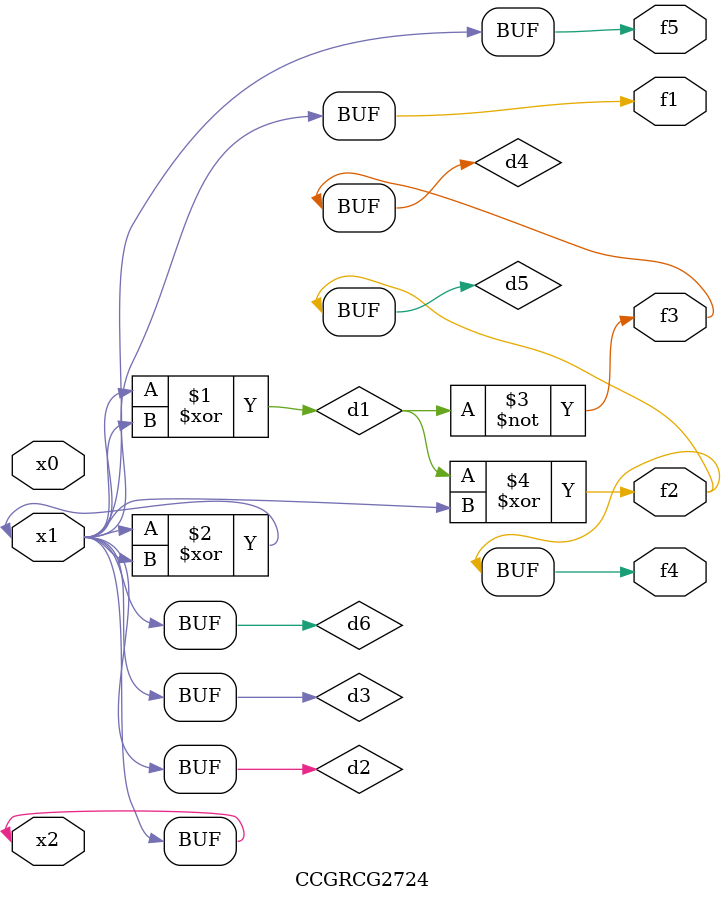
<source format=v>
module CCGRCG2724(
	input x0, x1, x2,
	output f1, f2, f3, f4, f5
);

	wire d1, d2, d3, d4, d5, d6;

	xor (d1, x1, x2);
	buf (d2, x1, x2);
	xor (d3, x1, x2);
	nor (d4, d1);
	xor (d5, d1, d2);
	buf (d6, d2, d3);
	assign f1 = d6;
	assign f2 = d5;
	assign f3 = d4;
	assign f4 = d5;
	assign f5 = d6;
endmodule

</source>
